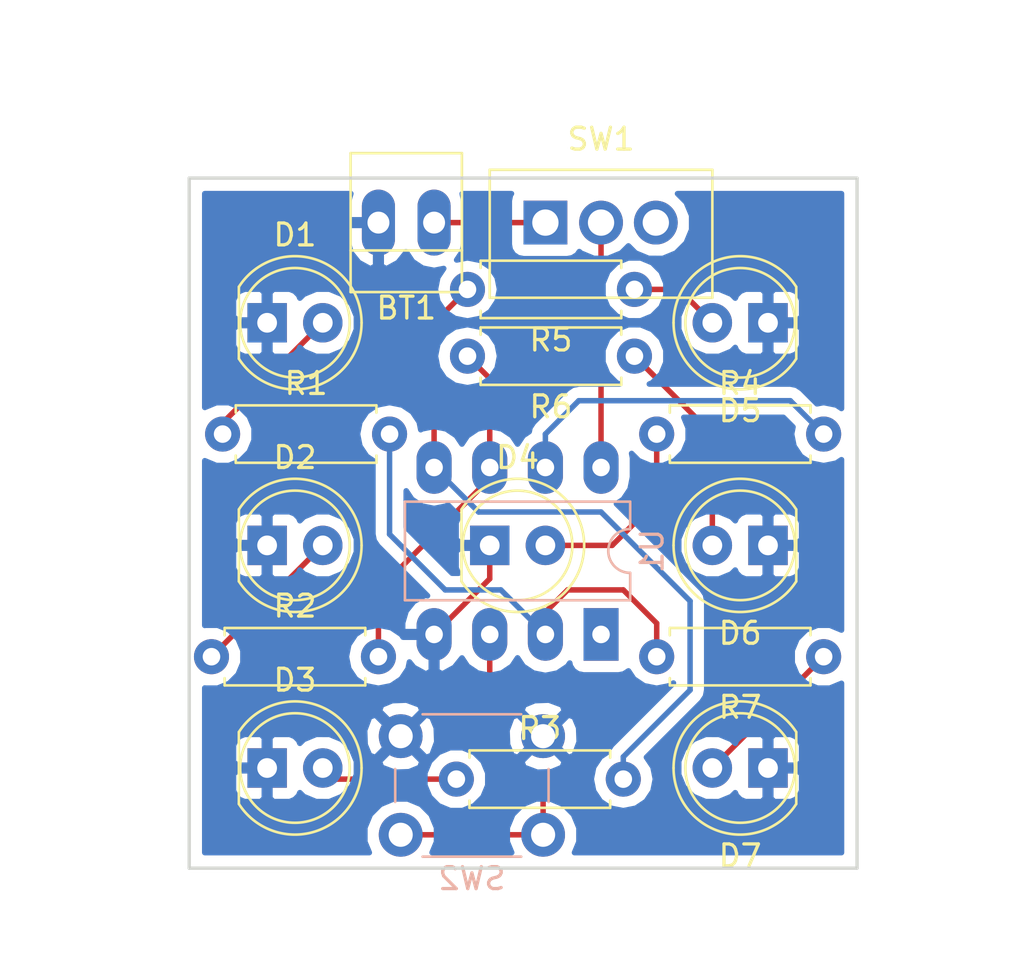
<source format=kicad_pcb>
(kicad_pcb (version 4) (host pcbnew 4.0.7-e2-6376~58~ubuntu16.04.1)

  (general
    (links 28)
    (no_connects 0)
    (area 125.400999 85.268999 156.031001 116.915001)
    (thickness 1.6)
    (drawings 4)
    (tracks 47)
    (zones 0)
    (modules 18)
    (nets 17)
  )

  (page A4)
  (layers
    (0 F.Cu signal)
    (31 B.Cu signal)
    (32 B.Adhes user)
    (33 F.Adhes user)
    (34 B.Paste user)
    (35 F.Paste user)
    (36 B.SilkS user)
    (37 F.SilkS user)
    (38 B.Mask user)
    (39 F.Mask user)
    (40 Dwgs.User user)
    (41 Cmts.User user)
    (42 Eco1.User user)
    (43 Eco2.User user)
    (44 Edge.Cuts user)
    (45 Margin user)
    (46 B.CrtYd user)
    (47 F.CrtYd user)
    (48 B.Fab user)
    (49 F.Fab user)
  )

  (setup
    (last_trace_width 0.25)
    (trace_clearance 0.2)
    (zone_clearance 0.508)
    (zone_45_only no)
    (trace_min 0.2)
    (segment_width 0.2)
    (edge_width 0.15)
    (via_size 0.6)
    (via_drill 0.4)
    (via_min_size 0.4)
    (via_min_drill 0.3)
    (uvia_size 0.3)
    (uvia_drill 0.1)
    (uvias_allowed no)
    (uvia_min_size 0.2)
    (uvia_min_drill 0.1)
    (pcb_text_width 0.3)
    (pcb_text_size 1.5 1.5)
    (mod_edge_width 0.15)
    (mod_text_size 1 1)
    (mod_text_width 0.15)
    (pad_size 1.524 1.524)
    (pad_drill 0.762)
    (pad_to_mask_clearance 0.2)
    (aux_axis_origin 0 0)
    (visible_elements FFFFFF7F)
    (pcbplotparams
      (layerselection 0x00030_80000001)
      (usegerberextensions false)
      (excludeedgelayer true)
      (linewidth 0.100000)
      (plotframeref false)
      (viasonmask false)
      (mode 1)
      (useauxorigin false)
      (hpglpennumber 1)
      (hpglpenspeed 20)
      (hpglpendiameter 15)
      (hpglpenoverlay 2)
      (psnegative false)
      (psa4output false)
      (plotreference true)
      (plotvalue true)
      (plotinvisibletext false)
      (padsonsilk false)
      (subtractmaskfromsilk false)
      (outputformat 1)
      (mirror false)
      (drillshape 1)
      (scaleselection 1)
      (outputdirectory ""))
  )

  (net 0 "")
  (net 1 "Net-(BT1-Pad1)")
  (net 2 GND)
  (net 3 "Net-(D1-Pad2)")
  (net 4 "Net-(D2-Pad2)")
  (net 5 "Net-(D3-Pad2)")
  (net 6 "Net-(D4-Pad2)")
  (net 7 "Net-(D5-Pad2)")
  (net 8 "Net-(D6-Pad2)")
  (net 9 "Net-(D7-Pad2)")
  (net 10 "Net-(R1-Pad2)")
  (net 11 "Net-(R2-Pad2)")
  (net 12 "Net-(R3-Pad2)")
  (net 13 "Net-(R4-Pad2)")
  (net 14 "Net-(SW1-Pad2)")
  (net 15 "Net-(SW2-Pad1)")
  (net 16 "Net-(U1-Pad1)")

  (net_class Default "This is the default net class."
    (clearance 0.2)
    (trace_width 0.25)
    (via_dia 0.6)
    (via_drill 0.4)
    (uvia_dia 0.3)
    (uvia_drill 0.1)
    (add_net GND)
    (add_net "Net-(BT1-Pad1)")
    (add_net "Net-(D1-Pad2)")
    (add_net "Net-(D2-Pad2)")
    (add_net "Net-(D3-Pad2)")
    (add_net "Net-(D4-Pad2)")
    (add_net "Net-(D5-Pad2)")
    (add_net "Net-(D6-Pad2)")
    (add_net "Net-(D7-Pad2)")
    (add_net "Net-(R1-Pad2)")
    (add_net "Net-(R2-Pad2)")
    (add_net "Net-(R3-Pad2)")
    (add_net "Net-(R4-Pad2)")
    (add_net "Net-(SW1-Pad2)")
    (add_net "Net-(SW2-Pad1)")
    (add_net "Net-(U1-Pad1)")
  )

  (module Connectors:Wafer_Vertical10x5.8x7RM2.5-3 (layer F.Cu) (tedit 556C2A89) (tstamp 5A713364)
    (at 141.732 87.376)
    (descr "Gold-Tek vertical wafer connector with 2.5mm pitch")
    (tags "wafer connector vertical")
    (path /5A713284)
    (fp_text reference SW1 (at 2.54 -3.81) (layer F.SilkS)
      (effects (font (size 1 1) (thickness 0.15)))
    )
    (fp_text value SW_DIP_x01 (at 2.54 5.08) (layer F.Fab)
      (effects (font (size 1 1) (thickness 0.15)))
    )
    (fp_line (start -2.75 -2.75) (end 7.85 -2.75) (layer F.CrtYd) (width 0.05))
    (fp_line (start 7.85 -2.75) (end 7.85 3.8) (layer F.CrtYd) (width 0.05))
    (fp_line (start 7.85 3.8) (end -2.75 3.8) (layer F.CrtYd) (width 0.05))
    (fp_line (start -2.75 3.8) (end -2.75 -2.75) (layer F.CrtYd) (width 0.05))
    (fp_line (start 7.62 3.43) (end -2.54 3.43) (layer F.SilkS) (width 0.12))
    (fp_line (start -2.54 -2.41) (end 7.62 -2.41) (layer F.SilkS) (width 0.12))
    (fp_line (start 7.62 -2.41) (end 7.62 3.43) (layer F.SilkS) (width 0.12))
    (fp_line (start -2.54 -2.41) (end -2.54 3.43) (layer F.SilkS) (width 0.12))
    (pad 1 thru_hole rect (at 0 0) (size 2 2) (drill 1.2) (layers *.Cu *.Mask)
      (net 1 "Net-(BT1-Pad1)"))
    (pad 2 thru_hole circle (at 2.54 0) (size 2 2) (drill 1.2) (layers *.Cu *.Mask)
      (net 14 "Net-(SW1-Pad2)"))
    (pad 3 thru_hole circle (at 5.04 0) (size 2 2) (drill 1.2) (layers *.Cu *.Mask))
    (model ${KISYS3DMOD}/Connectors.3dshapes/Wafer_Vertical10x5.8x7RM2.5-3.wrl
      (at (xyz 0 0 0))
      (scale (xyz 4 4 4))
      (rotate (xyz 0 0 0))
    )
  )

  (module Connectors:PINHEAD1-2 (layer F.Cu) (tedit 0) (tstamp 5A713309)
    (at 136.652 87.376 180)
    (path /5A713311)
    (fp_text reference BT1 (at 1.27 -3.9 180) (layer F.SilkS)
      (effects (font (size 1 1) (thickness 0.15)))
    )
    (fp_text value Battery (at 1.27 3.81 180) (layer F.Fab)
      (effects (font (size 1 1) (thickness 0.15)))
    )
    (fp_line (start 3.81 -1.27) (end -1.27 -1.27) (layer F.SilkS) (width 0.12))
    (fp_line (start 3.81 3.17) (end -1.27 3.17) (layer F.SilkS) (width 0.12))
    (fp_line (start -1.27 -3.17) (end 3.81 -3.17) (layer F.SilkS) (width 0.12))
    (fp_line (start -1.27 -3.17) (end -1.27 3.17) (layer F.SilkS) (width 0.12))
    (fp_line (start 3.81 -3.17) (end 3.81 3.17) (layer F.SilkS) (width 0.12))
    (fp_line (start -1.52 -3.42) (end 4.06 -3.42) (layer F.CrtYd) (width 0.05))
    (fp_line (start -1.52 -3.42) (end -1.52 3.42) (layer F.CrtYd) (width 0.05))
    (fp_line (start 4.06 3.42) (end 4.06 -3.42) (layer F.CrtYd) (width 0.05))
    (fp_line (start 4.06 3.42) (end -1.52 3.42) (layer F.CrtYd) (width 0.05))
    (pad 1 thru_hole oval (at 0 0 180) (size 1.51 3.01) (drill 1) (layers *.Cu *.Mask)
      (net 1 "Net-(BT1-Pad1)"))
    (pad 2 thru_hole oval (at 2.54 0 180) (size 1.51 3.01) (drill 1) (layers *.Cu *.Mask)
      (net 2 GND))
  )

  (module LEDs:LED_D5.0mm_FlatTop (layer F.Cu) (tedit 5880A862) (tstamp 5A71330F)
    (at 129.032 91.948)
    (descr "LED, Round, FlatTop, diameter 5.0mm, 2 pins, http://www.kingbright.com/attachments/file/psearch/000/00/00/L-483GDT(Ver.15B).pdf")
    (tags "LED Round FlatTop diameter 5.0mm 2 pins")
    (path /5A7133EF)
    (fp_text reference D1 (at 1.27 -4.01) (layer F.SilkS)
      (effects (font (size 1 1) (thickness 0.15)))
    )
    (fp_text value LED (at 1.27 4.01) (layer F.Fab)
      (effects (font (size 1 1) (thickness 0.15)))
    )
    (fp_arc (start 1.27 0) (end -1.23 -1.566046) (angle 295.9) (layer F.Fab) (width 0.1))
    (fp_arc (start 1.27 0) (end -1.29 -1.639512) (angle 147.4) (layer F.SilkS) (width 0.12))
    (fp_arc (start 1.27 0) (end -1.29 1.639512) (angle -147.4) (layer F.SilkS) (width 0.12))
    (fp_circle (center 1.27 0) (end 3.77 0) (layer F.Fab) (width 0.1))
    (fp_circle (center 1.27 0) (end 3.77 0) (layer F.SilkS) (width 0.12))
    (fp_line (start -1.23 -1.566046) (end -1.23 1.566046) (layer F.Fab) (width 0.1))
    (fp_line (start -1.29 -1.64) (end -1.29 1.64) (layer F.SilkS) (width 0.12))
    (fp_line (start -2 -3.3) (end -2 3.3) (layer F.CrtYd) (width 0.05))
    (fp_line (start -2 3.3) (end 4.55 3.3) (layer F.CrtYd) (width 0.05))
    (fp_line (start 4.55 3.3) (end 4.55 -3.3) (layer F.CrtYd) (width 0.05))
    (fp_line (start 4.55 -3.3) (end -2 -3.3) (layer F.CrtYd) (width 0.05))
    (pad 1 thru_hole rect (at 0 0) (size 1.8 1.8) (drill 0.9) (layers *.Cu *.Mask)
      (net 2 GND))
    (pad 2 thru_hole circle (at 2.54 0) (size 1.8 1.8) (drill 0.9) (layers *.Cu *.Mask)
      (net 3 "Net-(D1-Pad2)"))
    (model ${KISYS3DMOD}/LEDs.3dshapes/LED_D5.0mm_FlatTop.wrl
      (at (xyz 0 0 0))
      (scale (xyz 0.393701 0.393701 0.393701))
      (rotate (xyz 0 0 0))
    )
  )

  (module LEDs:LED_D5.0mm_FlatTop (layer F.Cu) (tedit 5880A862) (tstamp 5A713315)
    (at 129.032 102.108)
    (descr "LED, Round, FlatTop, diameter 5.0mm, 2 pins, http://www.kingbright.com/attachments/file/psearch/000/00/00/L-483GDT(Ver.15B).pdf")
    (tags "LED Round FlatTop diameter 5.0mm 2 pins")
    (path /5A7138DE)
    (fp_text reference D2 (at 1.27 -4.01) (layer F.SilkS)
      (effects (font (size 1 1) (thickness 0.15)))
    )
    (fp_text value LED (at 1.27 4.01) (layer F.Fab)
      (effects (font (size 1 1) (thickness 0.15)))
    )
    (fp_arc (start 1.27 0) (end -1.23 -1.566046) (angle 295.9) (layer F.Fab) (width 0.1))
    (fp_arc (start 1.27 0) (end -1.29 -1.639512) (angle 147.4) (layer F.SilkS) (width 0.12))
    (fp_arc (start 1.27 0) (end -1.29 1.639512) (angle -147.4) (layer F.SilkS) (width 0.12))
    (fp_circle (center 1.27 0) (end 3.77 0) (layer F.Fab) (width 0.1))
    (fp_circle (center 1.27 0) (end 3.77 0) (layer F.SilkS) (width 0.12))
    (fp_line (start -1.23 -1.566046) (end -1.23 1.566046) (layer F.Fab) (width 0.1))
    (fp_line (start -1.29 -1.64) (end -1.29 1.64) (layer F.SilkS) (width 0.12))
    (fp_line (start -2 -3.3) (end -2 3.3) (layer F.CrtYd) (width 0.05))
    (fp_line (start -2 3.3) (end 4.55 3.3) (layer F.CrtYd) (width 0.05))
    (fp_line (start 4.55 3.3) (end 4.55 -3.3) (layer F.CrtYd) (width 0.05))
    (fp_line (start 4.55 -3.3) (end -2 -3.3) (layer F.CrtYd) (width 0.05))
    (pad 1 thru_hole rect (at 0 0) (size 1.8 1.8) (drill 0.9) (layers *.Cu *.Mask)
      (net 2 GND))
    (pad 2 thru_hole circle (at 2.54 0) (size 1.8 1.8) (drill 0.9) (layers *.Cu *.Mask)
      (net 4 "Net-(D2-Pad2)"))
    (model ${KISYS3DMOD}/LEDs.3dshapes/LED_D5.0mm_FlatTop.wrl
      (at (xyz 0 0 0))
      (scale (xyz 0.393701 0.393701 0.393701))
      (rotate (xyz 0 0 0))
    )
  )

  (module LEDs:LED_D5.0mm_FlatTop (layer F.Cu) (tedit 5880A862) (tstamp 5A71331B)
    (at 129.032 112.268)
    (descr "LED, Round, FlatTop, diameter 5.0mm, 2 pins, http://www.kingbright.com/attachments/file/psearch/000/00/00/L-483GDT(Ver.15B).pdf")
    (tags "LED Round FlatTop diameter 5.0mm 2 pins")
    (path /5A71391C)
    (fp_text reference D3 (at 1.27 -4.01) (layer F.SilkS)
      (effects (font (size 1 1) (thickness 0.15)))
    )
    (fp_text value LED (at 1.27 4.01) (layer F.Fab)
      (effects (font (size 1 1) (thickness 0.15)))
    )
    (fp_arc (start 1.27 0) (end -1.23 -1.566046) (angle 295.9) (layer F.Fab) (width 0.1))
    (fp_arc (start 1.27 0) (end -1.29 -1.639512) (angle 147.4) (layer F.SilkS) (width 0.12))
    (fp_arc (start 1.27 0) (end -1.29 1.639512) (angle -147.4) (layer F.SilkS) (width 0.12))
    (fp_circle (center 1.27 0) (end 3.77 0) (layer F.Fab) (width 0.1))
    (fp_circle (center 1.27 0) (end 3.77 0) (layer F.SilkS) (width 0.12))
    (fp_line (start -1.23 -1.566046) (end -1.23 1.566046) (layer F.Fab) (width 0.1))
    (fp_line (start -1.29 -1.64) (end -1.29 1.64) (layer F.SilkS) (width 0.12))
    (fp_line (start -2 -3.3) (end -2 3.3) (layer F.CrtYd) (width 0.05))
    (fp_line (start -2 3.3) (end 4.55 3.3) (layer F.CrtYd) (width 0.05))
    (fp_line (start 4.55 3.3) (end 4.55 -3.3) (layer F.CrtYd) (width 0.05))
    (fp_line (start 4.55 -3.3) (end -2 -3.3) (layer F.CrtYd) (width 0.05))
    (pad 1 thru_hole rect (at 0 0) (size 1.8 1.8) (drill 0.9) (layers *.Cu *.Mask)
      (net 2 GND))
    (pad 2 thru_hole circle (at 2.54 0) (size 1.8 1.8) (drill 0.9) (layers *.Cu *.Mask)
      (net 5 "Net-(D3-Pad2)"))
    (model ${KISYS3DMOD}/LEDs.3dshapes/LED_D5.0mm_FlatTop.wrl
      (at (xyz 0 0 0))
      (scale (xyz 0.393701 0.393701 0.393701))
      (rotate (xyz 0 0 0))
    )
  )

  (module LEDs:LED_D5.0mm_FlatTop (layer F.Cu) (tedit 5880A862) (tstamp 5A713321)
    (at 139.192 102.108)
    (descr "LED, Round, FlatTop, diameter 5.0mm, 2 pins, http://www.kingbright.com/attachments/file/psearch/000/00/00/L-483GDT(Ver.15B).pdf")
    (tags "LED Round FlatTop diameter 5.0mm 2 pins")
    (path /5A71395D)
    (fp_text reference D4 (at 1.27 -4.01) (layer F.SilkS)
      (effects (font (size 1 1) (thickness 0.15)))
    )
    (fp_text value LED (at 1.27 4.01) (layer F.Fab)
      (effects (font (size 1 1) (thickness 0.15)))
    )
    (fp_arc (start 1.27 0) (end -1.23 -1.566046) (angle 295.9) (layer F.Fab) (width 0.1))
    (fp_arc (start 1.27 0) (end -1.29 -1.639512) (angle 147.4) (layer F.SilkS) (width 0.12))
    (fp_arc (start 1.27 0) (end -1.29 1.639512) (angle -147.4) (layer F.SilkS) (width 0.12))
    (fp_circle (center 1.27 0) (end 3.77 0) (layer F.Fab) (width 0.1))
    (fp_circle (center 1.27 0) (end 3.77 0) (layer F.SilkS) (width 0.12))
    (fp_line (start -1.23 -1.566046) (end -1.23 1.566046) (layer F.Fab) (width 0.1))
    (fp_line (start -1.29 -1.64) (end -1.29 1.64) (layer F.SilkS) (width 0.12))
    (fp_line (start -2 -3.3) (end -2 3.3) (layer F.CrtYd) (width 0.05))
    (fp_line (start -2 3.3) (end 4.55 3.3) (layer F.CrtYd) (width 0.05))
    (fp_line (start 4.55 3.3) (end 4.55 -3.3) (layer F.CrtYd) (width 0.05))
    (fp_line (start 4.55 -3.3) (end -2 -3.3) (layer F.CrtYd) (width 0.05))
    (pad 1 thru_hole rect (at 0 0) (size 1.8 1.8) (drill 0.9) (layers *.Cu *.Mask)
      (net 2 GND))
    (pad 2 thru_hole circle (at 2.54 0) (size 1.8 1.8) (drill 0.9) (layers *.Cu *.Mask)
      (net 6 "Net-(D4-Pad2)"))
    (model ${KISYS3DMOD}/LEDs.3dshapes/LED_D5.0mm_FlatTop.wrl
      (at (xyz 0 0 0))
      (scale (xyz 0.393701 0.393701 0.393701))
      (rotate (xyz 0 0 0))
    )
  )

  (module LEDs:LED_D5.0mm_FlatTop (layer F.Cu) (tedit 5880A862) (tstamp 5A713327)
    (at 151.892 91.948 180)
    (descr "LED, Round, FlatTop, diameter 5.0mm, 2 pins, http://www.kingbright.com/attachments/file/psearch/000/00/00/L-483GDT(Ver.15B).pdf")
    (tags "LED Round FlatTop diameter 5.0mm 2 pins")
    (path /5A7139A1)
    (fp_text reference D5 (at 1.27 -4.01 180) (layer F.SilkS)
      (effects (font (size 1 1) (thickness 0.15)))
    )
    (fp_text value LED (at 1.27 4.01 180) (layer F.Fab)
      (effects (font (size 1 1) (thickness 0.15)))
    )
    (fp_arc (start 1.27 0) (end -1.23 -1.566046) (angle 295.9) (layer F.Fab) (width 0.1))
    (fp_arc (start 1.27 0) (end -1.29 -1.639512) (angle 147.4) (layer F.SilkS) (width 0.12))
    (fp_arc (start 1.27 0) (end -1.29 1.639512) (angle -147.4) (layer F.SilkS) (width 0.12))
    (fp_circle (center 1.27 0) (end 3.77 0) (layer F.Fab) (width 0.1))
    (fp_circle (center 1.27 0) (end 3.77 0) (layer F.SilkS) (width 0.12))
    (fp_line (start -1.23 -1.566046) (end -1.23 1.566046) (layer F.Fab) (width 0.1))
    (fp_line (start -1.29 -1.64) (end -1.29 1.64) (layer F.SilkS) (width 0.12))
    (fp_line (start -2 -3.3) (end -2 3.3) (layer F.CrtYd) (width 0.05))
    (fp_line (start -2 3.3) (end 4.55 3.3) (layer F.CrtYd) (width 0.05))
    (fp_line (start 4.55 3.3) (end 4.55 -3.3) (layer F.CrtYd) (width 0.05))
    (fp_line (start 4.55 -3.3) (end -2 -3.3) (layer F.CrtYd) (width 0.05))
    (pad 1 thru_hole rect (at 0 0 180) (size 1.8 1.8) (drill 0.9) (layers *.Cu *.Mask)
      (net 2 GND))
    (pad 2 thru_hole circle (at 2.54 0 180) (size 1.8 1.8) (drill 0.9) (layers *.Cu *.Mask)
      (net 7 "Net-(D5-Pad2)"))
    (model ${KISYS3DMOD}/LEDs.3dshapes/LED_D5.0mm_FlatTop.wrl
      (at (xyz 0 0 0))
      (scale (xyz 0.393701 0.393701 0.393701))
      (rotate (xyz 0 0 0))
    )
  )

  (module LEDs:LED_D5.0mm_FlatTop (layer F.Cu) (tedit 5880A862) (tstamp 5A71332D)
    (at 151.892 102.108 180)
    (descr "LED, Round, FlatTop, diameter 5.0mm, 2 pins, http://www.kingbright.com/attachments/file/psearch/000/00/00/L-483GDT(Ver.15B).pdf")
    (tags "LED Round FlatTop diameter 5.0mm 2 pins")
    (path /5A7139E8)
    (fp_text reference D6 (at 1.27 -4.01 180) (layer F.SilkS)
      (effects (font (size 1 1) (thickness 0.15)))
    )
    (fp_text value LED (at 1.27 4.01 180) (layer F.Fab)
      (effects (font (size 1 1) (thickness 0.15)))
    )
    (fp_arc (start 1.27 0) (end -1.23 -1.566046) (angle 295.9) (layer F.Fab) (width 0.1))
    (fp_arc (start 1.27 0) (end -1.29 -1.639512) (angle 147.4) (layer F.SilkS) (width 0.12))
    (fp_arc (start 1.27 0) (end -1.29 1.639512) (angle -147.4) (layer F.SilkS) (width 0.12))
    (fp_circle (center 1.27 0) (end 3.77 0) (layer F.Fab) (width 0.1))
    (fp_circle (center 1.27 0) (end 3.77 0) (layer F.SilkS) (width 0.12))
    (fp_line (start -1.23 -1.566046) (end -1.23 1.566046) (layer F.Fab) (width 0.1))
    (fp_line (start -1.29 -1.64) (end -1.29 1.64) (layer F.SilkS) (width 0.12))
    (fp_line (start -2 -3.3) (end -2 3.3) (layer F.CrtYd) (width 0.05))
    (fp_line (start -2 3.3) (end 4.55 3.3) (layer F.CrtYd) (width 0.05))
    (fp_line (start 4.55 3.3) (end 4.55 -3.3) (layer F.CrtYd) (width 0.05))
    (fp_line (start 4.55 -3.3) (end -2 -3.3) (layer F.CrtYd) (width 0.05))
    (pad 1 thru_hole rect (at 0 0 180) (size 1.8 1.8) (drill 0.9) (layers *.Cu *.Mask)
      (net 2 GND))
    (pad 2 thru_hole circle (at 2.54 0 180) (size 1.8 1.8) (drill 0.9) (layers *.Cu *.Mask)
      (net 8 "Net-(D6-Pad2)"))
    (model ${KISYS3DMOD}/LEDs.3dshapes/LED_D5.0mm_FlatTop.wrl
      (at (xyz 0 0 0))
      (scale (xyz 0.393701 0.393701 0.393701))
      (rotate (xyz 0 0 0))
    )
  )

  (module LEDs:LED_D5.0mm_FlatTop (layer F.Cu) (tedit 5880A862) (tstamp 5A713333)
    (at 151.892 112.268 180)
    (descr "LED, Round, FlatTop, diameter 5.0mm, 2 pins, http://www.kingbright.com/attachments/file/psearch/000/00/00/L-483GDT(Ver.15B).pdf")
    (tags "LED Round FlatTop diameter 5.0mm 2 pins")
    (path /5A713A32)
    (fp_text reference D7 (at 1.27 -4.01 180) (layer F.SilkS)
      (effects (font (size 1 1) (thickness 0.15)))
    )
    (fp_text value LED (at 1.27 4.01 180) (layer F.Fab)
      (effects (font (size 1 1) (thickness 0.15)))
    )
    (fp_arc (start 1.27 0) (end -1.23 -1.566046) (angle 295.9) (layer F.Fab) (width 0.1))
    (fp_arc (start 1.27 0) (end -1.29 -1.639512) (angle 147.4) (layer F.SilkS) (width 0.12))
    (fp_arc (start 1.27 0) (end -1.29 1.639512) (angle -147.4) (layer F.SilkS) (width 0.12))
    (fp_circle (center 1.27 0) (end 3.77 0) (layer F.Fab) (width 0.1))
    (fp_circle (center 1.27 0) (end 3.77 0) (layer F.SilkS) (width 0.12))
    (fp_line (start -1.23 -1.566046) (end -1.23 1.566046) (layer F.Fab) (width 0.1))
    (fp_line (start -1.29 -1.64) (end -1.29 1.64) (layer F.SilkS) (width 0.12))
    (fp_line (start -2 -3.3) (end -2 3.3) (layer F.CrtYd) (width 0.05))
    (fp_line (start -2 3.3) (end 4.55 3.3) (layer F.CrtYd) (width 0.05))
    (fp_line (start 4.55 3.3) (end 4.55 -3.3) (layer F.CrtYd) (width 0.05))
    (fp_line (start 4.55 -3.3) (end -2 -3.3) (layer F.CrtYd) (width 0.05))
    (pad 1 thru_hole rect (at 0 0 180) (size 1.8 1.8) (drill 0.9) (layers *.Cu *.Mask)
      (net 2 GND))
    (pad 2 thru_hole circle (at 2.54 0 180) (size 1.8 1.8) (drill 0.9) (layers *.Cu *.Mask)
      (net 9 "Net-(D7-Pad2)"))
    (model ${KISYS3DMOD}/LEDs.3dshapes/LED_D5.0mm_FlatTop.wrl
      (at (xyz 0 0 0))
      (scale (xyz 0.393701 0.393701 0.393701))
      (rotate (xyz 0 0 0))
    )
  )

  (module Resistors_THT:R_Axial_DIN0207_L6.3mm_D2.5mm_P7.62mm_Horizontal (layer F.Cu) (tedit 5874F706) (tstamp 5A713339)
    (at 127 97.028)
    (descr "Resistor, Axial_DIN0207 series, Axial, Horizontal, pin pitch=7.62mm, 0.25W = 1/4W, length*diameter=6.3*2.5mm^2, http://cdn-reichelt.de/documents/datenblatt/B400/1_4W%23YAG.pdf")
    (tags "Resistor Axial_DIN0207 series Axial Horizontal pin pitch 7.62mm 0.25W = 1/4W length 6.3mm diameter 2.5mm")
    (path /5A713378)
    (fp_text reference R1 (at 3.81 -2.31) (layer F.SilkS)
      (effects (font (size 1 1) (thickness 0.15)))
    )
    (fp_text value R (at 3.81 2.31) (layer F.Fab)
      (effects (font (size 1 1) (thickness 0.15)))
    )
    (fp_line (start 0.66 -1.25) (end 0.66 1.25) (layer F.Fab) (width 0.1))
    (fp_line (start 0.66 1.25) (end 6.96 1.25) (layer F.Fab) (width 0.1))
    (fp_line (start 6.96 1.25) (end 6.96 -1.25) (layer F.Fab) (width 0.1))
    (fp_line (start 6.96 -1.25) (end 0.66 -1.25) (layer F.Fab) (width 0.1))
    (fp_line (start 0 0) (end 0.66 0) (layer F.Fab) (width 0.1))
    (fp_line (start 7.62 0) (end 6.96 0) (layer F.Fab) (width 0.1))
    (fp_line (start 0.6 -0.98) (end 0.6 -1.31) (layer F.SilkS) (width 0.12))
    (fp_line (start 0.6 -1.31) (end 7.02 -1.31) (layer F.SilkS) (width 0.12))
    (fp_line (start 7.02 -1.31) (end 7.02 -0.98) (layer F.SilkS) (width 0.12))
    (fp_line (start 0.6 0.98) (end 0.6 1.31) (layer F.SilkS) (width 0.12))
    (fp_line (start 0.6 1.31) (end 7.02 1.31) (layer F.SilkS) (width 0.12))
    (fp_line (start 7.02 1.31) (end 7.02 0.98) (layer F.SilkS) (width 0.12))
    (fp_line (start -1.05 -1.6) (end -1.05 1.6) (layer F.CrtYd) (width 0.05))
    (fp_line (start -1.05 1.6) (end 8.7 1.6) (layer F.CrtYd) (width 0.05))
    (fp_line (start 8.7 1.6) (end 8.7 -1.6) (layer F.CrtYd) (width 0.05))
    (fp_line (start 8.7 -1.6) (end -1.05 -1.6) (layer F.CrtYd) (width 0.05))
    (pad 1 thru_hole circle (at 0 0) (size 1.6 1.6) (drill 0.8) (layers *.Cu *.Mask)
      (net 3 "Net-(D1-Pad2)"))
    (pad 2 thru_hole oval (at 7.62 0) (size 1.6 1.6) (drill 0.8) (layers *.Cu *.Mask)
      (net 10 "Net-(R1-Pad2)"))
    (model ${KISYS3DMOD}/Resistors_THT.3dshapes/R_Axial_DIN0207_L6.3mm_D2.5mm_P7.62mm_Horizontal.wrl
      (at (xyz 0 0 0))
      (scale (xyz 0.393701 0.393701 0.393701))
      (rotate (xyz 0 0 0))
    )
  )

  (module Resistors_THT:R_Axial_DIN0207_L6.3mm_D2.5mm_P7.62mm_Horizontal (layer F.Cu) (tedit 5874F706) (tstamp 5A71333F)
    (at 126.492 107.188)
    (descr "Resistor, Axial_DIN0207 series, Axial, Horizontal, pin pitch=7.62mm, 0.25W = 1/4W, length*diameter=6.3*2.5mm^2, http://cdn-reichelt.de/documents/datenblatt/B400/1_4W%23YAG.pdf")
    (tags "Resistor Axial_DIN0207 series Axial Horizontal pin pitch 7.62mm 0.25W = 1/4W length 6.3mm diameter 2.5mm")
    (path /5A7136FE)
    (fp_text reference R2 (at 3.81 -2.31) (layer F.SilkS)
      (effects (font (size 1 1) (thickness 0.15)))
    )
    (fp_text value R (at 3.81 2.31) (layer F.Fab)
      (effects (font (size 1 1) (thickness 0.15)))
    )
    (fp_line (start 0.66 -1.25) (end 0.66 1.25) (layer F.Fab) (width 0.1))
    (fp_line (start 0.66 1.25) (end 6.96 1.25) (layer F.Fab) (width 0.1))
    (fp_line (start 6.96 1.25) (end 6.96 -1.25) (layer F.Fab) (width 0.1))
    (fp_line (start 6.96 -1.25) (end 0.66 -1.25) (layer F.Fab) (width 0.1))
    (fp_line (start 0 0) (end 0.66 0) (layer F.Fab) (width 0.1))
    (fp_line (start 7.62 0) (end 6.96 0) (layer F.Fab) (width 0.1))
    (fp_line (start 0.6 -0.98) (end 0.6 -1.31) (layer F.SilkS) (width 0.12))
    (fp_line (start 0.6 -1.31) (end 7.02 -1.31) (layer F.SilkS) (width 0.12))
    (fp_line (start 7.02 -1.31) (end 7.02 -0.98) (layer F.SilkS) (width 0.12))
    (fp_line (start 0.6 0.98) (end 0.6 1.31) (layer F.SilkS) (width 0.12))
    (fp_line (start 0.6 1.31) (end 7.02 1.31) (layer F.SilkS) (width 0.12))
    (fp_line (start 7.02 1.31) (end 7.02 0.98) (layer F.SilkS) (width 0.12))
    (fp_line (start -1.05 -1.6) (end -1.05 1.6) (layer F.CrtYd) (width 0.05))
    (fp_line (start -1.05 1.6) (end 8.7 1.6) (layer F.CrtYd) (width 0.05))
    (fp_line (start 8.7 1.6) (end 8.7 -1.6) (layer F.CrtYd) (width 0.05))
    (fp_line (start 8.7 -1.6) (end -1.05 -1.6) (layer F.CrtYd) (width 0.05))
    (pad 1 thru_hole circle (at 0 0) (size 1.6 1.6) (drill 0.8) (layers *.Cu *.Mask)
      (net 4 "Net-(D2-Pad2)"))
    (pad 2 thru_hole oval (at 7.62 0) (size 1.6 1.6) (drill 0.8) (layers *.Cu *.Mask)
      (net 11 "Net-(R2-Pad2)"))
    (model ${KISYS3DMOD}/Resistors_THT.3dshapes/R_Axial_DIN0207_L6.3mm_D2.5mm_P7.62mm_Horizontal.wrl
      (at (xyz 0 0 0))
      (scale (xyz 0.393701 0.393701 0.393701))
      (rotate (xyz 0 0 0))
    )
  )

  (module Resistors_THT:R_Axial_DIN0207_L6.3mm_D2.5mm_P7.62mm_Horizontal (layer F.Cu) (tedit 5874F706) (tstamp 5A713345)
    (at 137.668 112.776)
    (descr "Resistor, Axial_DIN0207 series, Axial, Horizontal, pin pitch=7.62mm, 0.25W = 1/4W, length*diameter=6.3*2.5mm^2, http://cdn-reichelt.de/documents/datenblatt/B400/1_4W%23YAG.pdf")
    (tags "Resistor Axial_DIN0207 series Axial Horizontal pin pitch 7.62mm 0.25W = 1/4W length 6.3mm diameter 2.5mm")
    (path /5A713724)
    (fp_text reference R3 (at 3.81 -2.31) (layer F.SilkS)
      (effects (font (size 1 1) (thickness 0.15)))
    )
    (fp_text value R (at 3.81 2.31) (layer F.Fab)
      (effects (font (size 1 1) (thickness 0.15)))
    )
    (fp_line (start 0.66 -1.25) (end 0.66 1.25) (layer F.Fab) (width 0.1))
    (fp_line (start 0.66 1.25) (end 6.96 1.25) (layer F.Fab) (width 0.1))
    (fp_line (start 6.96 1.25) (end 6.96 -1.25) (layer F.Fab) (width 0.1))
    (fp_line (start 6.96 -1.25) (end 0.66 -1.25) (layer F.Fab) (width 0.1))
    (fp_line (start 0 0) (end 0.66 0) (layer F.Fab) (width 0.1))
    (fp_line (start 7.62 0) (end 6.96 0) (layer F.Fab) (width 0.1))
    (fp_line (start 0.6 -0.98) (end 0.6 -1.31) (layer F.SilkS) (width 0.12))
    (fp_line (start 0.6 -1.31) (end 7.02 -1.31) (layer F.SilkS) (width 0.12))
    (fp_line (start 7.02 -1.31) (end 7.02 -0.98) (layer F.SilkS) (width 0.12))
    (fp_line (start 0.6 0.98) (end 0.6 1.31) (layer F.SilkS) (width 0.12))
    (fp_line (start 0.6 1.31) (end 7.02 1.31) (layer F.SilkS) (width 0.12))
    (fp_line (start 7.02 1.31) (end 7.02 0.98) (layer F.SilkS) (width 0.12))
    (fp_line (start -1.05 -1.6) (end -1.05 1.6) (layer F.CrtYd) (width 0.05))
    (fp_line (start -1.05 1.6) (end 8.7 1.6) (layer F.CrtYd) (width 0.05))
    (fp_line (start 8.7 1.6) (end 8.7 -1.6) (layer F.CrtYd) (width 0.05))
    (fp_line (start 8.7 -1.6) (end -1.05 -1.6) (layer F.CrtYd) (width 0.05))
    (pad 1 thru_hole circle (at 0 0) (size 1.6 1.6) (drill 0.8) (layers *.Cu *.Mask)
      (net 5 "Net-(D3-Pad2)"))
    (pad 2 thru_hole oval (at 7.62 0) (size 1.6 1.6) (drill 0.8) (layers *.Cu *.Mask)
      (net 12 "Net-(R3-Pad2)"))
    (model ${KISYS3DMOD}/Resistors_THT.3dshapes/R_Axial_DIN0207_L6.3mm_D2.5mm_P7.62mm_Horizontal.wrl
      (at (xyz 0 0 0))
      (scale (xyz 0.393701 0.393701 0.393701))
      (rotate (xyz 0 0 0))
    )
  )

  (module Resistors_THT:R_Axial_DIN0207_L6.3mm_D2.5mm_P7.62mm_Horizontal (layer F.Cu) (tedit 5874F706) (tstamp 5A71334B)
    (at 146.812 97.028)
    (descr "Resistor, Axial_DIN0207 series, Axial, Horizontal, pin pitch=7.62mm, 0.25W = 1/4W, length*diameter=6.3*2.5mm^2, http://cdn-reichelt.de/documents/datenblatt/B400/1_4W%23YAG.pdf")
    (tags "Resistor Axial_DIN0207 series Axial Horizontal pin pitch 7.62mm 0.25W = 1/4W length 6.3mm diameter 2.5mm")
    (path /5A71374D)
    (fp_text reference R4 (at 3.81 -2.31) (layer F.SilkS)
      (effects (font (size 1 1) (thickness 0.15)))
    )
    (fp_text value R (at 3.81 2.31) (layer F.Fab)
      (effects (font (size 1 1) (thickness 0.15)))
    )
    (fp_line (start 0.66 -1.25) (end 0.66 1.25) (layer F.Fab) (width 0.1))
    (fp_line (start 0.66 1.25) (end 6.96 1.25) (layer F.Fab) (width 0.1))
    (fp_line (start 6.96 1.25) (end 6.96 -1.25) (layer F.Fab) (width 0.1))
    (fp_line (start 6.96 -1.25) (end 0.66 -1.25) (layer F.Fab) (width 0.1))
    (fp_line (start 0 0) (end 0.66 0) (layer F.Fab) (width 0.1))
    (fp_line (start 7.62 0) (end 6.96 0) (layer F.Fab) (width 0.1))
    (fp_line (start 0.6 -0.98) (end 0.6 -1.31) (layer F.SilkS) (width 0.12))
    (fp_line (start 0.6 -1.31) (end 7.02 -1.31) (layer F.SilkS) (width 0.12))
    (fp_line (start 7.02 -1.31) (end 7.02 -0.98) (layer F.SilkS) (width 0.12))
    (fp_line (start 0.6 0.98) (end 0.6 1.31) (layer F.SilkS) (width 0.12))
    (fp_line (start 0.6 1.31) (end 7.02 1.31) (layer F.SilkS) (width 0.12))
    (fp_line (start 7.02 1.31) (end 7.02 0.98) (layer F.SilkS) (width 0.12))
    (fp_line (start -1.05 -1.6) (end -1.05 1.6) (layer F.CrtYd) (width 0.05))
    (fp_line (start -1.05 1.6) (end 8.7 1.6) (layer F.CrtYd) (width 0.05))
    (fp_line (start 8.7 1.6) (end 8.7 -1.6) (layer F.CrtYd) (width 0.05))
    (fp_line (start 8.7 -1.6) (end -1.05 -1.6) (layer F.CrtYd) (width 0.05))
    (pad 1 thru_hole circle (at 0 0) (size 1.6 1.6) (drill 0.8) (layers *.Cu *.Mask)
      (net 6 "Net-(D4-Pad2)"))
    (pad 2 thru_hole oval (at 7.62 0) (size 1.6 1.6) (drill 0.8) (layers *.Cu *.Mask)
      (net 13 "Net-(R4-Pad2)"))
    (model ${KISYS3DMOD}/Resistors_THT.3dshapes/R_Axial_DIN0207_L6.3mm_D2.5mm_P7.62mm_Horizontal.wrl
      (at (xyz 0 0 0))
      (scale (xyz 0.393701 0.393701 0.393701))
      (rotate (xyz 0 0 0))
    )
  )

  (module Resistors_THT:R_Axial_DIN0207_L6.3mm_D2.5mm_P7.62mm_Horizontal (layer F.Cu) (tedit 5874F706) (tstamp 5A713351)
    (at 145.796 90.424 180)
    (descr "Resistor, Axial_DIN0207 series, Axial, Horizontal, pin pitch=7.62mm, 0.25W = 1/4W, length*diameter=6.3*2.5mm^2, http://cdn-reichelt.de/documents/datenblatt/B400/1_4W%23YAG.pdf")
    (tags "Resistor Axial_DIN0207 series Axial Horizontal pin pitch 7.62mm 0.25W = 1/4W length 6.3mm diameter 2.5mm")
    (path /5A713790)
    (fp_text reference R5 (at 3.81 -2.31 180) (layer F.SilkS)
      (effects (font (size 1 1) (thickness 0.15)))
    )
    (fp_text value R (at 3.81 2.31 180) (layer F.Fab)
      (effects (font (size 1 1) (thickness 0.15)))
    )
    (fp_line (start 0.66 -1.25) (end 0.66 1.25) (layer F.Fab) (width 0.1))
    (fp_line (start 0.66 1.25) (end 6.96 1.25) (layer F.Fab) (width 0.1))
    (fp_line (start 6.96 1.25) (end 6.96 -1.25) (layer F.Fab) (width 0.1))
    (fp_line (start 6.96 -1.25) (end 0.66 -1.25) (layer F.Fab) (width 0.1))
    (fp_line (start 0 0) (end 0.66 0) (layer F.Fab) (width 0.1))
    (fp_line (start 7.62 0) (end 6.96 0) (layer F.Fab) (width 0.1))
    (fp_line (start 0.6 -0.98) (end 0.6 -1.31) (layer F.SilkS) (width 0.12))
    (fp_line (start 0.6 -1.31) (end 7.02 -1.31) (layer F.SilkS) (width 0.12))
    (fp_line (start 7.02 -1.31) (end 7.02 -0.98) (layer F.SilkS) (width 0.12))
    (fp_line (start 0.6 0.98) (end 0.6 1.31) (layer F.SilkS) (width 0.12))
    (fp_line (start 0.6 1.31) (end 7.02 1.31) (layer F.SilkS) (width 0.12))
    (fp_line (start 7.02 1.31) (end 7.02 0.98) (layer F.SilkS) (width 0.12))
    (fp_line (start -1.05 -1.6) (end -1.05 1.6) (layer F.CrtYd) (width 0.05))
    (fp_line (start -1.05 1.6) (end 8.7 1.6) (layer F.CrtYd) (width 0.05))
    (fp_line (start 8.7 1.6) (end 8.7 -1.6) (layer F.CrtYd) (width 0.05))
    (fp_line (start 8.7 -1.6) (end -1.05 -1.6) (layer F.CrtYd) (width 0.05))
    (pad 1 thru_hole circle (at 0 0 180) (size 1.6 1.6) (drill 0.8) (layers *.Cu *.Mask)
      (net 7 "Net-(D5-Pad2)"))
    (pad 2 thru_hole oval (at 7.62 0 180) (size 1.6 1.6) (drill 0.8) (layers *.Cu *.Mask)
      (net 12 "Net-(R3-Pad2)"))
    (model ${KISYS3DMOD}/Resistors_THT.3dshapes/R_Axial_DIN0207_L6.3mm_D2.5mm_P7.62mm_Horizontal.wrl
      (at (xyz 0 0 0))
      (scale (xyz 0.393701 0.393701 0.393701))
      (rotate (xyz 0 0 0))
    )
  )

  (module Resistors_THT:R_Axial_DIN0207_L6.3mm_D2.5mm_P7.62mm_Horizontal (layer F.Cu) (tedit 5874F706) (tstamp 5A713357)
    (at 145.796 93.472 180)
    (descr "Resistor, Axial_DIN0207 series, Axial, Horizontal, pin pitch=7.62mm, 0.25W = 1/4W, length*diameter=6.3*2.5mm^2, http://cdn-reichelt.de/documents/datenblatt/B400/1_4W%23YAG.pdf")
    (tags "Resistor Axial_DIN0207 series Axial Horizontal pin pitch 7.62mm 0.25W = 1/4W length 6.3mm diameter 2.5mm")
    (path /5A7137FD)
    (fp_text reference R6 (at 3.81 -2.31 180) (layer F.SilkS)
      (effects (font (size 1 1) (thickness 0.15)))
    )
    (fp_text value R (at 3.81 2.31 180) (layer F.Fab)
      (effects (font (size 1 1) (thickness 0.15)))
    )
    (fp_line (start 0.66 -1.25) (end 0.66 1.25) (layer F.Fab) (width 0.1))
    (fp_line (start 0.66 1.25) (end 6.96 1.25) (layer F.Fab) (width 0.1))
    (fp_line (start 6.96 1.25) (end 6.96 -1.25) (layer F.Fab) (width 0.1))
    (fp_line (start 6.96 -1.25) (end 0.66 -1.25) (layer F.Fab) (width 0.1))
    (fp_line (start 0 0) (end 0.66 0) (layer F.Fab) (width 0.1))
    (fp_line (start 7.62 0) (end 6.96 0) (layer F.Fab) (width 0.1))
    (fp_line (start 0.6 -0.98) (end 0.6 -1.31) (layer F.SilkS) (width 0.12))
    (fp_line (start 0.6 -1.31) (end 7.02 -1.31) (layer F.SilkS) (width 0.12))
    (fp_line (start 7.02 -1.31) (end 7.02 -0.98) (layer F.SilkS) (width 0.12))
    (fp_line (start 0.6 0.98) (end 0.6 1.31) (layer F.SilkS) (width 0.12))
    (fp_line (start 0.6 1.31) (end 7.02 1.31) (layer F.SilkS) (width 0.12))
    (fp_line (start 7.02 1.31) (end 7.02 0.98) (layer F.SilkS) (width 0.12))
    (fp_line (start -1.05 -1.6) (end -1.05 1.6) (layer F.CrtYd) (width 0.05))
    (fp_line (start -1.05 1.6) (end 8.7 1.6) (layer F.CrtYd) (width 0.05))
    (fp_line (start 8.7 1.6) (end 8.7 -1.6) (layer F.CrtYd) (width 0.05))
    (fp_line (start 8.7 -1.6) (end -1.05 -1.6) (layer F.CrtYd) (width 0.05))
    (pad 1 thru_hole circle (at 0 0 180) (size 1.6 1.6) (drill 0.8) (layers *.Cu *.Mask)
      (net 8 "Net-(D6-Pad2)"))
    (pad 2 thru_hole oval (at 7.62 0 180) (size 1.6 1.6) (drill 0.8) (layers *.Cu *.Mask)
      (net 11 "Net-(R2-Pad2)"))
    (model ${KISYS3DMOD}/Resistors_THT.3dshapes/R_Axial_DIN0207_L6.3mm_D2.5mm_P7.62mm_Horizontal.wrl
      (at (xyz 0 0 0))
      (scale (xyz 0.393701 0.393701 0.393701))
      (rotate (xyz 0 0 0))
    )
  )

  (module Resistors_THT:R_Axial_DIN0207_L6.3mm_D2.5mm_P7.62mm_Horizontal (layer F.Cu) (tedit 5874F706) (tstamp 5A71335D)
    (at 154.432 107.188 180)
    (descr "Resistor, Axial_DIN0207 series, Axial, Horizontal, pin pitch=7.62mm, 0.25W = 1/4W, length*diameter=6.3*2.5mm^2, http://cdn-reichelt.de/documents/datenblatt/B400/1_4W%23YAG.pdf")
    (tags "Resistor Axial_DIN0207 series Axial Horizontal pin pitch 7.62mm 0.25W = 1/4W length 6.3mm diameter 2.5mm")
    (path /5A713832)
    (fp_text reference R7 (at 3.81 -2.31 180) (layer F.SilkS)
      (effects (font (size 1 1) (thickness 0.15)))
    )
    (fp_text value R (at 3.81 2.31 180) (layer F.Fab)
      (effects (font (size 1 1) (thickness 0.15)))
    )
    (fp_line (start 0.66 -1.25) (end 0.66 1.25) (layer F.Fab) (width 0.1))
    (fp_line (start 0.66 1.25) (end 6.96 1.25) (layer F.Fab) (width 0.1))
    (fp_line (start 6.96 1.25) (end 6.96 -1.25) (layer F.Fab) (width 0.1))
    (fp_line (start 6.96 -1.25) (end 0.66 -1.25) (layer F.Fab) (width 0.1))
    (fp_line (start 0 0) (end 0.66 0) (layer F.Fab) (width 0.1))
    (fp_line (start 7.62 0) (end 6.96 0) (layer F.Fab) (width 0.1))
    (fp_line (start 0.6 -0.98) (end 0.6 -1.31) (layer F.SilkS) (width 0.12))
    (fp_line (start 0.6 -1.31) (end 7.02 -1.31) (layer F.SilkS) (width 0.12))
    (fp_line (start 7.02 -1.31) (end 7.02 -0.98) (layer F.SilkS) (width 0.12))
    (fp_line (start 0.6 0.98) (end 0.6 1.31) (layer F.SilkS) (width 0.12))
    (fp_line (start 0.6 1.31) (end 7.02 1.31) (layer F.SilkS) (width 0.12))
    (fp_line (start 7.02 1.31) (end 7.02 0.98) (layer F.SilkS) (width 0.12))
    (fp_line (start -1.05 -1.6) (end -1.05 1.6) (layer F.CrtYd) (width 0.05))
    (fp_line (start -1.05 1.6) (end 8.7 1.6) (layer F.CrtYd) (width 0.05))
    (fp_line (start 8.7 1.6) (end 8.7 -1.6) (layer F.CrtYd) (width 0.05))
    (fp_line (start 8.7 -1.6) (end -1.05 -1.6) (layer F.CrtYd) (width 0.05))
    (pad 1 thru_hole circle (at 0 0 180) (size 1.6 1.6) (drill 0.8) (layers *.Cu *.Mask)
      (net 9 "Net-(D7-Pad2)"))
    (pad 2 thru_hole oval (at 7.62 0 180) (size 1.6 1.6) (drill 0.8) (layers *.Cu *.Mask)
      (net 10 "Net-(R1-Pad2)"))
    (model ${KISYS3DMOD}/Resistors_THT.3dshapes/R_Axial_DIN0207_L6.3mm_D2.5mm_P7.62mm_Horizontal.wrl
      (at (xyz 0 0 0))
      (scale (xyz 0.393701 0.393701 0.393701))
      (rotate (xyz 0 0 0))
    )
  )

  (module Buttons_Switches_THT:SW_PUSH_6mm_h5mm (layer B.Cu) (tedit 5923F252) (tstamp 5A71336C)
    (at 135.128 115.316)
    (descr "tactile push button, 6x6mm e.g. PHAP33xx series, height=5mm")
    (tags "tact sw push 6mm")
    (path /5A713438)
    (fp_text reference SW2 (at 3.25 2) (layer B.SilkS)
      (effects (font (size 1 1) (thickness 0.15)) (justify mirror))
    )
    (fp_text value SW_DIP_x01 (at 3.75 -6.7) (layer B.Fab)
      (effects (font (size 1 1) (thickness 0.15)) (justify mirror))
    )
    (fp_text user %R (at 3.25 -2.25) (layer B.Fab)
      (effects (font (size 1 1) (thickness 0.15)) (justify mirror))
    )
    (fp_line (start 3.25 0.75) (end 6.25 0.75) (layer B.Fab) (width 0.1))
    (fp_line (start 6.25 0.75) (end 6.25 -5.25) (layer B.Fab) (width 0.1))
    (fp_line (start 6.25 -5.25) (end 0.25 -5.25) (layer B.Fab) (width 0.1))
    (fp_line (start 0.25 -5.25) (end 0.25 0.75) (layer B.Fab) (width 0.1))
    (fp_line (start 0.25 0.75) (end 3.25 0.75) (layer B.Fab) (width 0.1))
    (fp_line (start 7.75 -6) (end 8 -6) (layer B.CrtYd) (width 0.05))
    (fp_line (start 8 -6) (end 8 -5.75) (layer B.CrtYd) (width 0.05))
    (fp_line (start 7.75 1.5) (end 8 1.5) (layer B.CrtYd) (width 0.05))
    (fp_line (start 8 1.5) (end 8 1.25) (layer B.CrtYd) (width 0.05))
    (fp_line (start -1.5 1.25) (end -1.5 1.5) (layer B.CrtYd) (width 0.05))
    (fp_line (start -1.5 1.5) (end -1.25 1.5) (layer B.CrtYd) (width 0.05))
    (fp_line (start -1.5 -5.75) (end -1.5 -6) (layer B.CrtYd) (width 0.05))
    (fp_line (start -1.5 -6) (end -1.25 -6) (layer B.CrtYd) (width 0.05))
    (fp_line (start -1.25 1.5) (end 7.75 1.5) (layer B.CrtYd) (width 0.05))
    (fp_line (start -1.5 -5.75) (end -1.5 1.25) (layer B.CrtYd) (width 0.05))
    (fp_line (start 7.75 -6) (end -1.25 -6) (layer B.CrtYd) (width 0.05))
    (fp_line (start 8 1.25) (end 8 -5.75) (layer B.CrtYd) (width 0.05))
    (fp_line (start 1 -5.5) (end 5.5 -5.5) (layer B.SilkS) (width 0.12))
    (fp_line (start -0.25 -1.5) (end -0.25 -3) (layer B.SilkS) (width 0.12))
    (fp_line (start 5.5 1) (end 1 1) (layer B.SilkS) (width 0.12))
    (fp_line (start 6.75 -3) (end 6.75 -1.5) (layer B.SilkS) (width 0.12))
    (fp_circle (center 3.25 -2.25) (end 1.25 -2.5) (layer B.Fab) (width 0.1))
    (pad 2 thru_hole circle (at 0 -4.5 270) (size 2 2) (drill 1.1) (layers *.Cu *.Mask)
      (net 2 GND))
    (pad 1 thru_hole circle (at 0 0 270) (size 2 2) (drill 1.1) (layers *.Cu *.Mask)
      (net 15 "Net-(SW2-Pad1)"))
    (pad 2 thru_hole circle (at 6.5 -4.5 270) (size 2 2) (drill 1.1) (layers *.Cu *.Mask)
      (net 2 GND))
    (pad 1 thru_hole circle (at 6.5 0 270) (size 2 2) (drill 1.1) (layers *.Cu *.Mask)
      (net 15 "Net-(SW2-Pad1)"))
    (model ${KISYS3DMOD}/Buttons_Switches_THT.3dshapes/SW_PUSH_6mm_h5mm.wrl
      (at (xyz 0.005 0 0))
      (scale (xyz 0.3937 0.3937 0.3937))
      (rotate (xyz 0 0 0))
    )
  )

  (module Housings_DIP:DIP-8_W7.62mm_LongPads (layer B.Cu) (tedit 59C78D6B) (tstamp 5A713378)
    (at 144.272 106.172 90)
    (descr "8-lead though-hole mounted DIP package, row spacing 7.62 mm (300 mils), LongPads")
    (tags "THT DIP DIL PDIP 2.54mm 7.62mm 300mil LongPads")
    (path /5A715139)
    (fp_text reference U1 (at 3.81 2.33 90) (layer B.SilkS)
      (effects (font (size 1 1) (thickness 0.15)) (justify mirror))
    )
    (fp_text value ATTINY85-20PU (at 3.81 -9.95 90) (layer B.Fab)
      (effects (font (size 1 1) (thickness 0.15)) (justify mirror))
    )
    (fp_arc (start 3.81 1.33) (end 2.81 1.33) (angle 180) (layer B.SilkS) (width 0.12))
    (fp_line (start 1.635 1.27) (end 6.985 1.27) (layer B.Fab) (width 0.1))
    (fp_line (start 6.985 1.27) (end 6.985 -8.89) (layer B.Fab) (width 0.1))
    (fp_line (start 6.985 -8.89) (end 0.635 -8.89) (layer B.Fab) (width 0.1))
    (fp_line (start 0.635 -8.89) (end 0.635 0.27) (layer B.Fab) (width 0.1))
    (fp_line (start 0.635 0.27) (end 1.635 1.27) (layer B.Fab) (width 0.1))
    (fp_line (start 2.81 1.33) (end 1.56 1.33) (layer B.SilkS) (width 0.12))
    (fp_line (start 1.56 1.33) (end 1.56 -8.95) (layer B.SilkS) (width 0.12))
    (fp_line (start 1.56 -8.95) (end 6.06 -8.95) (layer B.SilkS) (width 0.12))
    (fp_line (start 6.06 -8.95) (end 6.06 1.33) (layer B.SilkS) (width 0.12))
    (fp_line (start 6.06 1.33) (end 4.81 1.33) (layer B.SilkS) (width 0.12))
    (fp_line (start -1.45 1.55) (end -1.45 -9.15) (layer B.CrtYd) (width 0.05))
    (fp_line (start -1.45 -9.15) (end 9.1 -9.15) (layer B.CrtYd) (width 0.05))
    (fp_line (start 9.1 -9.15) (end 9.1 1.55) (layer B.CrtYd) (width 0.05))
    (fp_line (start 9.1 1.55) (end -1.45 1.55) (layer B.CrtYd) (width 0.05))
    (fp_text user %R (at 3.81 -3.81 90) (layer B.Fab)
      (effects (font (size 1 1) (thickness 0.15)) (justify mirror))
    )
    (pad 1 thru_hole rect (at 0 0 90) (size 2.4 1.6) (drill 0.8) (layers *.Cu *.Mask)
      (net 16 "Net-(U1-Pad1)"))
    (pad 5 thru_hole oval (at 7.62 -7.62 90) (size 2.4 1.6) (drill 0.8) (layers *.Cu *.Mask)
      (net 12 "Net-(R3-Pad2)"))
    (pad 2 thru_hole oval (at 0 -2.54 90) (size 2.4 1.6) (drill 0.8) (layers *.Cu *.Mask)
      (net 10 "Net-(R1-Pad2)"))
    (pad 6 thru_hole oval (at 7.62 -5.08 90) (size 2.4 1.6) (drill 0.8) (layers *.Cu *.Mask)
      (net 11 "Net-(R2-Pad2)"))
    (pad 3 thru_hole oval (at 0 -5.08 90) (size 2.4 1.6) (drill 0.8) (layers *.Cu *.Mask)
      (net 15 "Net-(SW2-Pad1)"))
    (pad 7 thru_hole oval (at 7.62 -2.54 90) (size 2.4 1.6) (drill 0.8) (layers *.Cu *.Mask)
      (net 13 "Net-(R4-Pad2)"))
    (pad 4 thru_hole oval (at 0 -7.62 90) (size 2.4 1.6) (drill 0.8) (layers *.Cu *.Mask)
      (net 2 GND))
    (pad 8 thru_hole oval (at 7.62 0 90) (size 2.4 1.6) (drill 0.8) (layers *.Cu *.Mask)
      (net 14 "Net-(SW1-Pad2)"))
    (model ${KISYS3DMOD}/Housings_DIP.3dshapes/DIP-8_W7.62mm.wrl
      (at (xyz 0 0 0))
      (scale (xyz 1 1 1))
      (rotate (xyz 0 0 0))
    )
  )

  (gr_line (start 125.476 116.84) (end 125.476 85.344) (angle 90) (layer Edge.Cuts) (width 0.15))
  (gr_line (start 155.956 116.84) (end 125.476 116.84) (angle 90) (layer Edge.Cuts) (width 0.15))
  (gr_line (start 155.956 85.344) (end 155.956 116.84) (angle 90) (layer Edge.Cuts) (width 0.15))
  (gr_line (start 125.476 85.344) (end 155.956 85.344) (angle 90) (layer Edge.Cuts) (width 0.15))

  (segment (start 141.732 87.376) (end 136.652 87.376) (width 0.25) (layer F.Cu) (net 1) (status C00000))
  (segment (start 139.192 102.108) (end 139.192 103.632) (width 0.25) (layer F.Cu) (net 2))
  (segment (start 139.192 103.632) (end 136.652 106.172) (width 0.25) (layer F.Cu) (net 2) (tstamp 5A713732))
  (segment (start 127 97.028) (end 127 96.52) (width 0.25) (layer F.Cu) (net 3))
  (segment (start 127 96.52) (end 131.572 91.948) (width 0.25) (layer F.Cu) (net 3) (tstamp 5A713692))
  (segment (start 126.492 107.188) (end 131.572 102.108) (width 0.25) (layer F.Cu) (net 4))
  (segment (start 137.668 112.776) (end 132.08 112.776) (width 0.25) (layer F.Cu) (net 5))
  (segment (start 132.08 112.776) (end 131.572 112.268) (width 0.25) (layer F.Cu) (net 5) (tstamp 5A71368D))
  (segment (start 141.732 102.108) (end 144.78 102.108) (width 0.25) (layer F.Cu) (net 6))
  (segment (start 146.812 100.076) (end 146.812 97.028) (width 0.25) (layer F.Cu) (net 6) (tstamp 5A7136BC))
  (segment (start 144.78 102.108) (end 146.812 100.076) (width 0.25) (layer F.Cu) (net 6) (tstamp 5A7136B9))
  (segment (start 145.796 90.424) (end 147.828 90.424) (width 0.25) (layer F.Cu) (net 7))
  (segment (start 147.828 90.424) (end 149.352 91.948) (width 0.25) (layer F.Cu) (net 7) (tstamp 5A71369B))
  (segment (start 149.352 102.108) (end 149.352 97.028) (width 0.25) (layer F.Cu) (net 8))
  (segment (start 149.352 97.028) (end 145.796 93.472) (width 0.25) (layer F.Cu) (net 8) (tstamp 5A7136A5))
  (segment (start 149.352 112.268) (end 154.432 107.188) (width 0.25) (layer F.Cu) (net 9))
  (segment (start 134.62 97.028) (end 134.62 101.6) (width 0.25) (layer B.Cu) (net 10))
  (segment (start 139.7 104.14) (end 141.732 106.172) (width 0.25) (layer B.Cu) (net 10) (tstamp 5A7136D8))
  (segment (start 137.16 104.14) (end 139.7 104.14) (width 0.25) (layer B.Cu) (net 10) (tstamp 5A7136D6))
  (segment (start 134.62 101.6) (end 137.16 104.14) (width 0.25) (layer B.Cu) (net 10) (tstamp 5A7136D0))
  (segment (start 146.812 107.188) (end 146.812 105.664) (width 0.25) (layer F.Cu) (net 10))
  (segment (start 142.748 104.14) (end 141.732 105.156) (width 0.25) (layer F.Cu) (net 10) (tstamp 5A713688))
  (segment (start 145.288 104.14) (end 142.748 104.14) (width 0.25) (layer F.Cu) (net 10) (tstamp 5A713686))
  (segment (start 146.812 105.664) (end 145.288 104.14) (width 0.25) (layer F.Cu) (net 10) (tstamp 5A713684))
  (segment (start 141.732 105.156) (end 141.732 106.172) (width 0.25) (layer F.Cu) (net 10) (tstamp 5A713689))
  (segment (start 139.192 98.552) (end 139.192 99.06) (width 0.25) (layer F.Cu) (net 11))
  (segment (start 139.192 99.06) (end 134.112 104.14) (width 0.25) (layer F.Cu) (net 11) (tstamp 5A7136C4))
  (segment (start 134.112 104.14) (end 134.112 107.188) (width 0.25) (layer F.Cu) (net 11) (tstamp 5A7136C6))
  (segment (start 139.192 98.552) (end 139.192 94.488) (width 0.25) (layer F.Cu) (net 11))
  (segment (start 139.192 94.488) (end 138.176 93.472) (width 0.25) (layer F.Cu) (net 11) (tstamp 5A7136B1))
  (segment (start 145.288 112.776) (end 145.288 111.76) (width 0.25) (layer B.Cu) (net 12))
  (segment (start 138.684 100.584) (end 136.652 98.552) (width 0.25) (layer B.Cu) (net 12) (tstamp 5A7136EF))
  (segment (start 144.272 100.584) (end 138.684 100.584) (width 0.25) (layer B.Cu) (net 12) (tstamp 5A7136ED))
  (segment (start 148.336 104.648) (end 144.272 100.584) (width 0.25) (layer B.Cu) (net 12) (tstamp 5A7136EA))
  (segment (start 148.336 108.712) (end 148.336 104.648) (width 0.25) (layer B.Cu) (net 12) (tstamp 5A7136E8))
  (segment (start 145.288 111.76) (end 148.336 108.712) (width 0.25) (layer B.Cu) (net 12) (tstamp 5A7136E5))
  (segment (start 136.652 98.552) (end 136.652 91.948) (width 0.25) (layer F.Cu) (net 12))
  (segment (start 136.652 91.948) (end 138.176 90.424) (width 0.25) (layer F.Cu) (net 12) (tstamp 5A7136B5))
  (segment (start 141.732 98.552) (end 141.732 97.028) (width 0.25) (layer B.Cu) (net 13))
  (segment (start 152.908 95.504) (end 154.432 97.028) (width 0.25) (layer B.Cu) (net 13) (tstamp 5A7136FB))
  (segment (start 143.256 95.504) (end 152.908 95.504) (width 0.25) (layer B.Cu) (net 13) (tstamp 5A7136F9))
  (segment (start 141.732 97.028) (end 143.256 95.504) (width 0.25) (layer B.Cu) (net 13) (tstamp 5A7136F6))
  (segment (start 144.272 87.376) (end 144.272 98.552) (width 0.25) (layer F.Cu) (net 14) (status C00000))
  (segment (start 135.128 115.316) (end 141.628 115.316) (width 0.25) (layer F.Cu) (net 15))
  (segment (start 141.628 115.316) (end 141.628 113.688) (width 0.25) (layer F.Cu) (net 15))
  (segment (start 139.192 111.252) (end 139.192 106.172) (width 0.25) (layer F.Cu) (net 15) (tstamp 5A71367D))
  (segment (start 141.628 113.688) (end 139.192 111.252) (width 0.25) (layer F.Cu) (net 15) (tstamp 5A71367B))

  (zone (net 2) (net_name GND) (layer B.Cu) (tstamp 5A713606) (hatch edge 0.508)
    (connect_pads (clearance 0.508))
    (min_thickness 0.254)
    (fill yes (arc_segments 16) (thermal_gap 0.508) (thermal_bridge_width 0.508))
    (polygon
      (pts
        (xy 116.84 79.248) (xy 116.84 120.904) (xy 163.576 120.904) (xy 163.576 77.216) (xy 116.84 77.216)
      )
    )
    (filled_polygon
      (pts
        (xy 132.722 86.499) (xy 132.722 87.249) (xy 133.985 87.249) (xy 133.985 87.229) (xy 134.239 87.229)
        (xy 134.239 87.249) (xy 134.259 87.249) (xy 134.259 87.503) (xy 134.239 87.503) (xy 134.239 89.350683)
        (xy 134.453971 89.473277) (xy 134.526597 89.458793) (xy 135.005076 89.198681) (xy 135.347592 88.775263) (xy 135.369249 88.702013)
        (xy 135.669122 89.150803) (xy 136.12007 89.452118) (xy 136.652 89.557925) (xy 137.092417 89.470321) (xy 136.82212 89.874849)
        (xy 136.712887 90.424) (xy 136.82212 90.973151) (xy 137.133189 91.438698) (xy 137.598736 91.749767) (xy 138.147887 91.859)
        (xy 138.204113 91.859) (xy 138.753264 91.749767) (xy 139.218811 91.438698) (xy 139.52988 90.973151) (xy 139.582584 90.708187)
        (xy 144.360752 90.708187) (xy 144.578757 91.2358) (xy 144.982077 91.639824) (xy 145.509309 91.85875) (xy 146.080187 91.859248)
        (xy 146.6078 91.641243) (xy 147.011824 91.237923) (xy 147.23075 90.710691) (xy 147.231248 90.139813) (xy 147.013243 89.6122)
        (xy 146.609923 89.208176) (xy 146.082691 88.98925) (xy 145.511813 88.988752) (xy 144.9842 89.206757) (xy 144.580176 89.610077)
        (xy 144.36125 90.137309) (xy 144.360752 90.708187) (xy 139.582584 90.708187) (xy 139.639113 90.424) (xy 139.52988 89.874849)
        (xy 139.218811 89.409302) (xy 138.753264 89.098233) (xy 138.204113 88.989) (xy 138.147887 88.989) (xy 137.680928 89.081884)
        (xy 137.936193 88.699855) (xy 138.042 88.167925) (xy 138.042 86.584075) (xy 137.936562 86.054) (xy 140.183473 86.054)
        (xy 140.135569 86.12411) (xy 140.08456 86.376) (xy 140.08456 88.376) (xy 140.128838 88.611317) (xy 140.26791 88.827441)
        (xy 140.48011 88.972431) (xy 140.732 89.02344) (xy 142.732 89.02344) (xy 142.967317 88.979162) (xy 143.183441 88.84009)
        (xy 143.28091 88.697439) (xy 143.344637 88.761278) (xy 143.945352 89.010716) (xy 144.595795 89.011284) (xy 145.196943 88.762894)
        (xy 145.522164 88.438241) (xy 145.844637 88.761278) (xy 146.445352 89.010716) (xy 147.095795 89.011284) (xy 147.696943 88.762894)
        (xy 148.157278 88.303363) (xy 148.406716 87.702648) (xy 148.407284 87.052205) (xy 148.158894 86.451057) (xy 147.76253 86.054)
        (xy 155.246 86.054) (xy 155.246 95.860415) (xy 155.009264 95.702233) (xy 154.460113 95.593) (xy 154.403887 95.593)
        (xy 154.126898 95.648096) (xy 153.445401 94.966599) (xy 153.198839 94.801852) (xy 152.908 94.744) (xy 146.475278 94.744)
        (xy 146.6078 94.689243) (xy 147.011824 94.285923) (xy 147.23075 93.758691) (xy 147.231248 93.187813) (xy 147.013243 92.6602)
        (xy 146.609923 92.256176) (xy 146.599845 92.251991) (xy 147.816735 92.251991) (xy 148.049932 92.816371) (xy 148.481357 93.248551)
        (xy 149.04533 93.482733) (xy 149.655991 93.483265) (xy 150.220371 93.250068) (xy 150.397841 93.072908) (xy 150.453673 93.207699)
        (xy 150.632302 93.386327) (xy 150.865691 93.483) (xy 151.60625 93.483) (xy 151.765 93.32425) (xy 151.765 92.075)
        (xy 152.019 92.075) (xy 152.019 93.32425) (xy 152.17775 93.483) (xy 152.918309 93.483) (xy 153.151698 93.386327)
        (xy 153.330327 93.207699) (xy 153.427 92.97431) (xy 153.427 92.23375) (xy 153.26825 92.075) (xy 152.019 92.075)
        (xy 151.765 92.075) (xy 151.745 92.075) (xy 151.745 91.821) (xy 151.765 91.821) (xy 151.765 90.57175)
        (xy 152.019 90.57175) (xy 152.019 91.821) (xy 153.26825 91.821) (xy 153.427 91.66225) (xy 153.427 90.92169)
        (xy 153.330327 90.688301) (xy 153.151698 90.509673) (xy 152.918309 90.413) (xy 152.17775 90.413) (xy 152.019 90.57175)
        (xy 151.765 90.57175) (xy 151.60625 90.413) (xy 150.865691 90.413) (xy 150.632302 90.509673) (xy 150.453673 90.688301)
        (xy 150.397881 90.822994) (xy 150.222643 90.647449) (xy 149.65867 90.413267) (xy 149.048009 90.412735) (xy 148.483629 90.645932)
        (xy 148.051449 91.077357) (xy 147.817267 91.64133) (xy 147.816735 92.251991) (xy 146.599845 92.251991) (xy 146.082691 92.03725)
        (xy 145.511813 92.036752) (xy 144.9842 92.254757) (xy 144.580176 92.658077) (xy 144.36125 93.185309) (xy 144.360752 93.756187)
        (xy 144.578757 94.2838) (xy 144.982077 94.687824) (xy 145.117364 94.744) (xy 143.256 94.744) (xy 143.013414 94.792254)
        (xy 142.96516 94.801852) (xy 142.718599 94.966599) (xy 141.194599 96.490599) (xy 141.029852 96.737161) (xy 140.994214 96.916325)
        (xy 140.717302 97.101352) (xy 140.462 97.483438) (xy 140.206698 97.101352) (xy 139.741151 96.790283) (xy 139.192 96.68105)
        (xy 138.642849 96.790283) (xy 138.177302 97.101352) (xy 137.922 97.483438) (xy 137.666698 97.101352) (xy 137.201151 96.790283)
        (xy 136.652 96.68105) (xy 136.102849 96.790283) (xy 136.043691 96.829811) (xy 135.97388 96.478849) (xy 135.662811 96.013302)
        (xy 135.197264 95.702233) (xy 134.648113 95.593) (xy 134.591887 95.593) (xy 134.042736 95.702233) (xy 133.577189 96.013302)
        (xy 133.26612 96.478849) (xy 133.156887 97.028) (xy 133.26612 97.577151) (xy 133.577189 98.042698) (xy 133.86 98.231667)
        (xy 133.86 101.6) (xy 133.917852 101.890839) (xy 134.082599 102.137401) (xy 136.352524 104.407326) (xy 136.302961 104.380096)
        (xy 136.220181 104.397633) (xy 135.727104 104.6675) (xy 135.374834 105.105517) (xy 135.217 105.645) (xy 135.217 106.045)
        (xy 136.525 106.045) (xy 136.525 106.025) (xy 136.779 106.025) (xy 136.779 106.045) (xy 136.799 106.045)
        (xy 136.799 106.299) (xy 136.779 106.299) (xy 136.779 107.841915) (xy 137.001039 107.963904) (xy 137.083819 107.946367)
        (xy 137.576896 107.6765) (xy 137.924493 107.244293) (xy 138.177302 107.622648) (xy 138.642849 107.933717) (xy 139.192 108.04295)
        (xy 139.741151 107.933717) (xy 140.206698 107.622648) (xy 140.462 107.240562) (xy 140.717302 107.622648) (xy 141.182849 107.933717)
        (xy 141.732 108.04295) (xy 142.281151 107.933717) (xy 142.746698 107.622648) (xy 142.844251 107.47665) (xy 142.868838 107.607317)
        (xy 143.00791 107.823441) (xy 143.22011 107.968431) (xy 143.472 108.01944) (xy 145.072 108.01944) (xy 145.307317 107.975162)
        (xy 145.523441 107.83609) (xy 145.523839 107.835507) (xy 145.769189 108.202698) (xy 146.234736 108.513767) (xy 146.783887 108.623)
        (xy 146.840113 108.623) (xy 147.389264 108.513767) (xy 147.576 108.388994) (xy 147.576 108.397198) (xy 144.750599 111.222599)
        (xy 144.585852 111.469161) (xy 144.571052 111.543567) (xy 144.245189 111.761302) (xy 143.93412 112.226849) (xy 143.824887 112.776)
        (xy 143.93412 113.325151) (xy 144.245189 113.790698) (xy 144.710736 114.101767) (xy 145.259887 114.211) (xy 145.316113 114.211)
        (xy 145.865264 114.101767) (xy 146.330811 113.790698) (xy 146.64188 113.325151) (xy 146.751113 112.776) (xy 146.710534 112.571991)
        (xy 147.816735 112.571991) (xy 148.049932 113.136371) (xy 148.481357 113.568551) (xy 149.04533 113.802733) (xy 149.655991 113.803265)
        (xy 150.220371 113.570068) (xy 150.397841 113.392908) (xy 150.453673 113.527699) (xy 150.632302 113.706327) (xy 150.865691 113.803)
        (xy 151.60625 113.803) (xy 151.765 113.64425) (xy 151.765 112.395) (xy 152.019 112.395) (xy 152.019 113.64425)
        (xy 152.17775 113.803) (xy 152.918309 113.803) (xy 153.151698 113.706327) (xy 153.330327 113.527699) (xy 153.427 113.29431)
        (xy 153.427 112.55375) (xy 153.26825 112.395) (xy 152.019 112.395) (xy 151.765 112.395) (xy 151.745 112.395)
        (xy 151.745 112.141) (xy 151.765 112.141) (xy 151.765 110.89175) (xy 152.019 110.89175) (xy 152.019 112.141)
        (xy 153.26825 112.141) (xy 153.427 111.98225) (xy 153.427 111.24169) (xy 153.330327 111.008301) (xy 153.151698 110.829673)
        (xy 152.918309 110.733) (xy 152.17775 110.733) (xy 152.019 110.89175) (xy 151.765 110.89175) (xy 151.60625 110.733)
        (xy 150.865691 110.733) (xy 150.632302 110.829673) (xy 150.453673 111.008301) (xy 150.397881 111.142994) (xy 150.222643 110.967449)
        (xy 149.65867 110.733267) (xy 149.048009 110.732735) (xy 148.483629 110.965932) (xy 148.051449 111.397357) (xy 147.817267 111.96133)
        (xy 147.816735 112.571991) (xy 146.710534 112.571991) (xy 146.64188 112.226849) (xy 146.343103 111.779699) (xy 148.873401 109.249401)
        (xy 149.038148 109.002839) (xy 149.096 108.712) (xy 149.096 104.648) (xy 149.038148 104.357161) (xy 148.873401 104.110599)
        (xy 147.174793 102.411991) (xy 147.816735 102.411991) (xy 148.049932 102.976371) (xy 148.481357 103.408551) (xy 149.04533 103.642733)
        (xy 149.655991 103.643265) (xy 150.220371 103.410068) (xy 150.397841 103.232908) (xy 150.453673 103.367699) (xy 150.632302 103.546327)
        (xy 150.865691 103.643) (xy 151.60625 103.643) (xy 151.765 103.48425) (xy 151.765 102.235) (xy 152.019 102.235)
        (xy 152.019 103.48425) (xy 152.17775 103.643) (xy 152.918309 103.643) (xy 153.151698 103.546327) (xy 153.330327 103.367699)
        (xy 153.427 103.13431) (xy 153.427 102.39375) (xy 153.26825 102.235) (xy 152.019 102.235) (xy 151.765 102.235)
        (xy 151.745 102.235) (xy 151.745 101.981) (xy 151.765 101.981) (xy 151.765 100.73175) (xy 152.019 100.73175)
        (xy 152.019 101.981) (xy 153.26825 101.981) (xy 153.427 101.82225) (xy 153.427 101.08169) (xy 153.330327 100.848301)
        (xy 153.151698 100.669673) (xy 152.918309 100.573) (xy 152.17775 100.573) (xy 152.019 100.73175) (xy 151.765 100.73175)
        (xy 151.60625 100.573) (xy 150.865691 100.573) (xy 150.632302 100.669673) (xy 150.453673 100.848301) (xy 150.397881 100.982994)
        (xy 150.222643 100.807449) (xy 149.65867 100.573267) (xy 149.048009 100.572735) (xy 148.483629 100.805932) (xy 148.051449 101.237357)
        (xy 147.817267 101.80133) (xy 147.816735 102.411991) (xy 147.174793 102.411991) (xy 144.974233 100.211431) (xy 145.286698 100.002648)
        (xy 145.597767 99.537101) (xy 145.707 98.98795) (xy 145.707 98.11605) (xy 145.666308 97.911475) (xy 145.998077 98.243824)
        (xy 146.525309 98.46275) (xy 147.096187 98.463248) (xy 147.6238 98.245243) (xy 148.027824 97.841923) (xy 148.24675 97.314691)
        (xy 148.247248 96.743813) (xy 148.048994 96.264) (xy 152.593198 96.264) (xy 153.033312 96.704114) (xy 152.968887 97.028)
        (xy 153.07812 97.577151) (xy 153.389189 98.042698) (xy 153.854736 98.353767) (xy 154.403887 98.463) (xy 154.460113 98.463)
        (xy 155.009264 98.353767) (xy 155.246 98.195585) (xy 155.246 105.972253) (xy 155.245923 105.972176) (xy 154.718691 105.75325)
        (xy 154.147813 105.752752) (xy 153.6202 105.970757) (xy 153.216176 106.374077) (xy 152.99725 106.901309) (xy 152.996752 107.472187)
        (xy 153.214757 107.9998) (xy 153.618077 108.403824) (xy 154.145309 108.62275) (xy 154.716187 108.623248) (xy 155.2438 108.405243)
        (xy 155.246 108.403047) (xy 155.246 116.13) (xy 143.06035 116.13) (xy 143.262716 115.642648) (xy 143.263284 114.992205)
        (xy 143.014894 114.391057) (xy 142.555363 113.930722) (xy 141.954648 113.681284) (xy 141.304205 113.680716) (xy 140.703057 113.929106)
        (xy 140.242722 114.388637) (xy 139.993284 114.989352) (xy 139.992716 115.639795) (xy 140.195265 116.13) (xy 136.56035 116.13)
        (xy 136.762716 115.642648) (xy 136.763284 114.992205) (xy 136.514894 114.391057) (xy 136.055363 113.930722) (xy 135.454648 113.681284)
        (xy 134.804205 113.680716) (xy 134.203057 113.929106) (xy 133.742722 114.388637) (xy 133.493284 114.989352) (xy 133.492716 115.639795)
        (xy 133.695265 116.13) (xy 126.186 116.13) (xy 126.186 112.55375) (xy 127.497 112.55375) (xy 127.497 113.29431)
        (xy 127.593673 113.527699) (xy 127.772302 113.706327) (xy 128.005691 113.803) (xy 128.74625 113.803) (xy 128.905 113.64425)
        (xy 128.905 112.395) (xy 127.65575 112.395) (xy 127.497 112.55375) (xy 126.186 112.55375) (xy 126.186 111.24169)
        (xy 127.497 111.24169) (xy 127.497 111.98225) (xy 127.65575 112.141) (xy 128.905 112.141) (xy 128.905 110.89175)
        (xy 129.159 110.89175) (xy 129.159 112.141) (xy 129.179 112.141) (xy 129.179 112.395) (xy 129.159 112.395)
        (xy 129.159 113.64425) (xy 129.31775 113.803) (xy 130.058309 113.803) (xy 130.291698 113.706327) (xy 130.470327 113.527699)
        (xy 130.526119 113.393006) (xy 130.701357 113.568551) (xy 131.26533 113.802733) (xy 131.875991 113.803265) (xy 132.440371 113.570068)
        (xy 132.872551 113.138643) (xy 132.905128 113.060187) (xy 136.232752 113.060187) (xy 136.450757 113.5878) (xy 136.854077 113.991824)
        (xy 137.381309 114.21075) (xy 137.952187 114.211248) (xy 138.4798 113.993243) (xy 138.883824 113.589923) (xy 139.10275 113.062691)
        (xy 139.103248 112.491813) (xy 138.887033 111.968532) (xy 140.655073 111.968532) (xy 140.753736 112.235387) (xy 141.363461 112.461908)
        (xy 142.01346 112.437856) (xy 142.502264 112.235387) (xy 142.600927 111.968532) (xy 141.628 110.995605) (xy 140.655073 111.968532)
        (xy 138.887033 111.968532) (xy 138.885243 111.9642) (xy 138.481923 111.560176) (xy 137.954691 111.34125) (xy 137.383813 111.340752)
        (xy 136.8562 111.558757) (xy 136.452176 111.962077) (xy 136.23325 112.489309) (xy 136.232752 113.060187) (xy 132.905128 113.060187)
        (xy 133.106733 112.57467) (xy 133.107261 111.968532) (xy 134.155073 111.968532) (xy 134.253736 112.235387) (xy 134.863461 112.461908)
        (xy 135.51346 112.437856) (xy 136.002264 112.235387) (xy 136.100927 111.968532) (xy 135.128 110.995605) (xy 134.155073 111.968532)
        (xy 133.107261 111.968532) (xy 133.107265 111.964009) (xy 132.874068 111.399629) (xy 132.442643 110.967449) (xy 131.87867 110.733267)
        (xy 131.268009 110.732735) (xy 130.703629 110.965932) (xy 130.526159 111.143092) (xy 130.470327 111.008301) (xy 130.291698 110.829673)
        (xy 130.058309 110.733) (xy 129.31775 110.733) (xy 129.159 110.89175) (xy 128.905 110.89175) (xy 128.74625 110.733)
        (xy 128.005691 110.733) (xy 127.772302 110.829673) (xy 127.593673 111.008301) (xy 127.497 111.24169) (xy 126.186 111.24169)
        (xy 126.186 110.551461) (xy 133.482092 110.551461) (xy 133.506144 111.20146) (xy 133.708613 111.690264) (xy 133.975468 111.788927)
        (xy 134.948395 110.816) (xy 135.307605 110.816) (xy 136.280532 111.788927) (xy 136.547387 111.690264) (xy 136.773908 111.080539)
        (xy 136.754331 110.551461) (xy 139.982092 110.551461) (xy 140.006144 111.20146) (xy 140.208613 111.690264) (xy 140.475468 111.788927)
        (xy 141.448395 110.816) (xy 141.807605 110.816) (xy 142.780532 111.788927) (xy 143.047387 111.690264) (xy 143.273908 111.080539)
        (xy 143.249856 110.43054) (xy 143.047387 109.941736) (xy 142.780532 109.843073) (xy 141.807605 110.816) (xy 141.448395 110.816)
        (xy 140.475468 109.843073) (xy 140.208613 109.941736) (xy 139.982092 110.551461) (xy 136.754331 110.551461) (xy 136.749856 110.43054)
        (xy 136.547387 109.941736) (xy 136.280532 109.843073) (xy 135.307605 110.816) (xy 134.948395 110.816) (xy 133.975468 109.843073)
        (xy 133.708613 109.941736) (xy 133.482092 110.551461) (xy 126.186 110.551461) (xy 126.186 109.663468) (xy 134.155073 109.663468)
        (xy 135.128 110.636395) (xy 136.100927 109.663468) (xy 140.655073 109.663468) (xy 141.628 110.636395) (xy 142.600927 109.663468)
        (xy 142.502264 109.396613) (xy 141.892539 109.170092) (xy 141.24254 109.194144) (xy 140.753736 109.396613) (xy 140.655073 109.663468)
        (xy 136.100927 109.663468) (xy 136.002264 109.396613) (xy 135.392539 109.170092) (xy 134.74254 109.194144) (xy 134.253736 109.396613)
        (xy 134.155073 109.663468) (xy 126.186 109.663468) (xy 126.186 108.614732) (xy 126.205309 108.62275) (xy 126.776187 108.623248)
        (xy 127.3038 108.405243) (xy 127.707824 108.001923) (xy 127.92675 107.474691) (xy 127.927 107.188) (xy 132.648887 107.188)
        (xy 132.75812 107.737151) (xy 133.069189 108.202698) (xy 133.534736 108.513767) (xy 134.083887 108.623) (xy 134.140113 108.623)
        (xy 134.689264 108.513767) (xy 135.154811 108.202698) (xy 135.46588 107.737151) (xy 135.52735 107.428123) (xy 135.727104 107.6765)
        (xy 136.220181 107.946367) (xy 136.302961 107.963904) (xy 136.525 107.841915) (xy 136.525 106.299) (xy 135.2388 106.299)
        (xy 135.154811 106.173302) (xy 134.689264 105.862233) (xy 134.140113 105.753) (xy 134.083887 105.753) (xy 133.534736 105.862233)
        (xy 133.069189 106.173302) (xy 132.75812 106.638849) (xy 132.648887 107.188) (xy 127.927 107.188) (xy 127.927248 106.903813)
        (xy 127.709243 106.3762) (xy 127.305923 105.972176) (xy 126.778691 105.75325) (xy 126.207813 105.752752) (xy 126.186 105.761765)
        (xy 126.186 102.39375) (xy 127.497 102.39375) (xy 127.497 103.13431) (xy 127.593673 103.367699) (xy 127.772302 103.546327)
        (xy 128.005691 103.643) (xy 128.74625 103.643) (xy 128.905 103.48425) (xy 128.905 102.235) (xy 127.65575 102.235)
        (xy 127.497 102.39375) (xy 126.186 102.39375) (xy 126.186 101.08169) (xy 127.497 101.08169) (xy 127.497 101.82225)
        (xy 127.65575 101.981) (xy 128.905 101.981) (xy 128.905 100.73175) (xy 129.159 100.73175) (xy 129.159 101.981)
        (xy 129.179 101.981) (xy 129.179 102.235) (xy 129.159 102.235) (xy 129.159 103.48425) (xy 129.31775 103.643)
        (xy 130.058309 103.643) (xy 130.291698 103.546327) (xy 130.470327 103.367699) (xy 130.526119 103.233006) (xy 130.701357 103.408551)
        (xy 131.26533 103.642733) (xy 131.875991 103.643265) (xy 132.440371 103.410068) (xy 132.872551 102.978643) (xy 133.106733 102.41467)
        (xy 133.107265 101.804009) (xy 132.874068 101.239629) (xy 132.442643 100.807449) (xy 131.87867 100.573267) (xy 131.268009 100.572735)
        (xy 130.703629 100.805932) (xy 130.526159 100.983092) (xy 130.470327 100.848301) (xy 130.291698 100.669673) (xy 130.058309 100.573)
        (xy 129.31775 100.573) (xy 129.159 100.73175) (xy 128.905 100.73175) (xy 128.74625 100.573) (xy 128.005691 100.573)
        (xy 127.772302 100.669673) (xy 127.593673 100.848301) (xy 127.497 101.08169) (xy 126.186 101.08169) (xy 126.186 98.243747)
        (xy 126.186077 98.243824) (xy 126.713309 98.46275) (xy 127.284187 98.463248) (xy 127.8118 98.245243) (xy 128.215824 97.841923)
        (xy 128.43475 97.314691) (xy 128.435248 96.743813) (xy 128.217243 96.2162) (xy 127.813923 95.812176) (xy 127.286691 95.59325)
        (xy 126.715813 95.592752) (xy 126.1882 95.810757) (xy 126.186 95.812953) (xy 126.186 92.23375) (xy 127.497 92.23375)
        (xy 127.497 92.97431) (xy 127.593673 93.207699) (xy 127.772302 93.386327) (xy 128.005691 93.483) (xy 128.74625 93.483)
        (xy 128.905 93.32425) (xy 128.905 92.075) (xy 127.65575 92.075) (xy 127.497 92.23375) (xy 126.186 92.23375)
        (xy 126.186 90.92169) (xy 127.497 90.92169) (xy 127.497 91.66225) (xy 127.65575 91.821) (xy 128.905 91.821)
        (xy 128.905 90.57175) (xy 129.159 90.57175) (xy 129.159 91.821) (xy 129.179 91.821) (xy 129.179 92.075)
        (xy 129.159 92.075) (xy 129.159 93.32425) (xy 129.31775 93.483) (xy 130.058309 93.483) (xy 130.291698 93.386327)
        (xy 130.470327 93.207699) (xy 130.526119 93.073006) (xy 130.701357 93.248551) (xy 131.26533 93.482733) (xy 131.875991 93.483265)
        (xy 131.903254 93.472) (xy 136.712887 93.472) (xy 136.82212 94.021151) (xy 137.133189 94.486698) (xy 137.598736 94.797767)
        (xy 138.147887 94.907) (xy 138.204113 94.907) (xy 138.753264 94.797767) (xy 139.218811 94.486698) (xy 139.52988 94.021151)
        (xy 139.639113 93.472) (xy 139.52988 92.922849) (xy 139.218811 92.457302) (xy 138.753264 92.146233) (xy 138.204113 92.037)
        (xy 138.147887 92.037) (xy 137.598736 92.146233) (xy 137.133189 92.457302) (xy 136.82212 92.922849) (xy 136.712887 93.472)
        (xy 131.903254 93.472) (xy 132.440371 93.250068) (xy 132.872551 92.818643) (xy 133.106733 92.25467) (xy 133.107265 91.644009)
        (xy 132.874068 91.079629) (xy 132.442643 90.647449) (xy 131.87867 90.413267) (xy 131.268009 90.412735) (xy 130.703629 90.645932)
        (xy 130.526159 90.823092) (xy 130.470327 90.688301) (xy 130.291698 90.509673) (xy 130.058309 90.413) (xy 129.31775 90.413)
        (xy 129.159 90.57175) (xy 128.905 90.57175) (xy 128.74625 90.413) (xy 128.005691 90.413) (xy 127.772302 90.509673)
        (xy 127.593673 90.688301) (xy 127.497 90.92169) (xy 126.186 90.92169) (xy 126.186 87.503) (xy 132.722 87.503)
        (xy 132.722 88.253) (xy 132.876408 88.775263) (xy 133.218924 89.198681) (xy 133.697403 89.458793) (xy 133.770029 89.473277)
        (xy 133.985 89.350683) (xy 133.985 87.503) (xy 132.722 87.503) (xy 126.186 87.503) (xy 126.186 86.054)
        (xy 132.853565 86.054)
      )
    )
    (filled_polygon
      (pts
        (xy 135.637302 100.002648) (xy 136.102849 100.313717) (xy 136.652 100.42295) (xy 137.201151 100.313717) (xy 137.283734 100.258536)
        (xy 137.813586 100.788388) (xy 137.753673 100.848301) (xy 137.657 101.08169) (xy 137.657 101.82225) (xy 137.81575 101.981)
        (xy 139.065 101.981) (xy 139.065 101.961) (xy 139.319 101.961) (xy 139.319 101.981) (xy 139.339 101.981)
        (xy 139.339 102.235) (xy 139.319 102.235) (xy 139.319 102.255) (xy 139.065 102.255) (xy 139.065 102.235)
        (xy 137.81575 102.235) (xy 137.657 102.39375) (xy 137.657 103.13431) (xy 137.753673 103.367699) (xy 137.765974 103.38)
        (xy 137.474802 103.38) (xy 135.38 101.285198) (xy 135.38 99.617569)
      )
    )
  )
)

</source>
